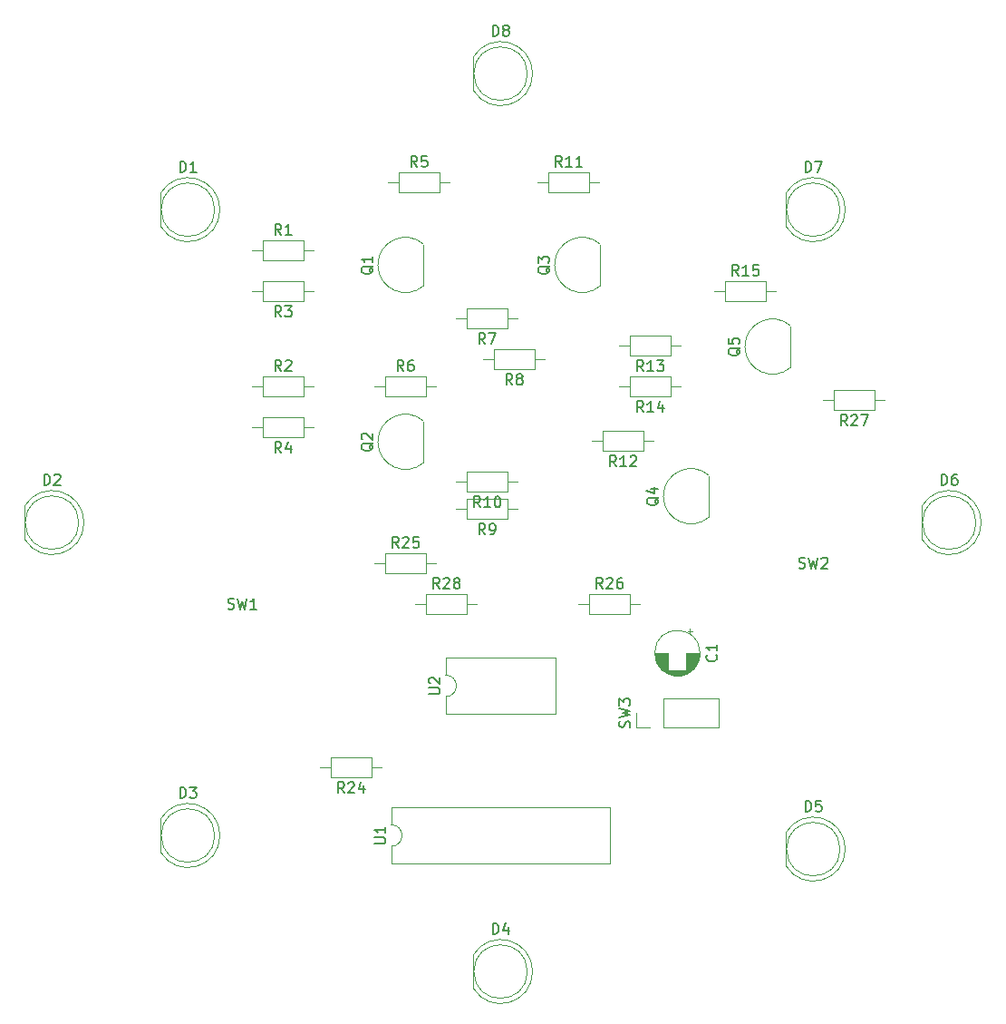
<source format=gto>
G04 #@! TF.GenerationSoftware,KiCad,Pcbnew,(5.0.0-3-g5ebb6b6)*
G04 #@! TF.CreationDate,2018-09-25T19:29:36-07:00*
G04 #@! TF.ProjectId,christmas-board,6368726973746D61732D626F6172642E,rev?*
G04 #@! TF.SameCoordinates,Original*
G04 #@! TF.FileFunction,Legend,Top*
G04 #@! TF.FilePolarity,Positive*
%FSLAX46Y46*%
G04 Gerber Fmt 4.6, Leading zero omitted, Abs format (unit mm)*
G04 Created by KiCad (PCBNEW (5.0.0-3-g5ebb6b6)) date Tuesday, September 25, 2018 at 07:29:36 PM*
%MOMM*%
%LPD*%
G01*
G04 APERTURE LIST*
%ADD10C,0.120000*%
%ADD11C,0.150000*%
G04 APERTURE END LIST*
D10*
G04 #@! TO.C,C1*
X129120000Y-101080000D02*
G75*
G03X129120000Y-101080000I-2120000J0D01*
G01*
X126160000Y-101080000D02*
X124920000Y-101080000D01*
X129080000Y-101080000D02*
X127840000Y-101080000D01*
X126160000Y-101120000D02*
X124920000Y-101120000D01*
X129080000Y-101120000D02*
X127840000Y-101120000D01*
X126160000Y-101160000D02*
X124921000Y-101160000D01*
X129079000Y-101160000D02*
X127840000Y-101160000D01*
X129077000Y-101200000D02*
X127840000Y-101200000D01*
X126160000Y-101200000D02*
X124923000Y-101200000D01*
X129074000Y-101240000D02*
X127840000Y-101240000D01*
X126160000Y-101240000D02*
X124926000Y-101240000D01*
X129071000Y-101280000D02*
X127840000Y-101280000D01*
X126160000Y-101280000D02*
X124929000Y-101280000D01*
X129067000Y-101320000D02*
X127840000Y-101320000D01*
X126160000Y-101320000D02*
X124933000Y-101320000D01*
X129062000Y-101360000D02*
X127840000Y-101360000D01*
X126160000Y-101360000D02*
X124938000Y-101360000D01*
X129056000Y-101400000D02*
X127840000Y-101400000D01*
X126160000Y-101400000D02*
X124944000Y-101400000D01*
X129050000Y-101440000D02*
X127840000Y-101440000D01*
X126160000Y-101440000D02*
X124950000Y-101440000D01*
X129042000Y-101480000D02*
X127840000Y-101480000D01*
X126160000Y-101480000D02*
X124958000Y-101480000D01*
X129034000Y-101520000D02*
X127840000Y-101520000D01*
X126160000Y-101520000D02*
X124966000Y-101520000D01*
X129025000Y-101560000D02*
X127840000Y-101560000D01*
X126160000Y-101560000D02*
X124975000Y-101560000D01*
X129016000Y-101600000D02*
X127840000Y-101600000D01*
X126160000Y-101600000D02*
X124984000Y-101600000D01*
X129005000Y-101640000D02*
X127840000Y-101640000D01*
X126160000Y-101640000D02*
X124995000Y-101640000D01*
X128994000Y-101680000D02*
X127840000Y-101680000D01*
X126160000Y-101680000D02*
X125006000Y-101680000D01*
X128982000Y-101720000D02*
X127840000Y-101720000D01*
X126160000Y-101720000D02*
X125018000Y-101720000D01*
X128968000Y-101760000D02*
X127840000Y-101760000D01*
X126160000Y-101760000D02*
X125032000Y-101760000D01*
X128954000Y-101801000D02*
X127840000Y-101801000D01*
X126160000Y-101801000D02*
X125046000Y-101801000D01*
X128940000Y-101841000D02*
X127840000Y-101841000D01*
X126160000Y-101841000D02*
X125060000Y-101841000D01*
X128924000Y-101881000D02*
X127840000Y-101881000D01*
X126160000Y-101881000D02*
X125076000Y-101881000D01*
X128907000Y-101921000D02*
X127840000Y-101921000D01*
X126160000Y-101921000D02*
X125093000Y-101921000D01*
X128889000Y-101961000D02*
X127840000Y-101961000D01*
X126160000Y-101961000D02*
X125111000Y-101961000D01*
X128870000Y-102001000D02*
X127840000Y-102001000D01*
X126160000Y-102001000D02*
X125130000Y-102001000D01*
X128851000Y-102041000D02*
X127840000Y-102041000D01*
X126160000Y-102041000D02*
X125149000Y-102041000D01*
X128830000Y-102081000D02*
X127840000Y-102081000D01*
X126160000Y-102081000D02*
X125170000Y-102081000D01*
X128808000Y-102121000D02*
X127840000Y-102121000D01*
X126160000Y-102121000D02*
X125192000Y-102121000D01*
X128785000Y-102161000D02*
X127840000Y-102161000D01*
X126160000Y-102161000D02*
X125215000Y-102161000D01*
X128760000Y-102201000D02*
X127840000Y-102201000D01*
X126160000Y-102201000D02*
X125240000Y-102201000D01*
X128735000Y-102241000D02*
X127840000Y-102241000D01*
X126160000Y-102241000D02*
X125265000Y-102241000D01*
X128708000Y-102281000D02*
X127840000Y-102281000D01*
X126160000Y-102281000D02*
X125292000Y-102281000D01*
X128680000Y-102321000D02*
X127840000Y-102321000D01*
X126160000Y-102321000D02*
X125320000Y-102321000D01*
X128650000Y-102361000D02*
X127840000Y-102361000D01*
X126160000Y-102361000D02*
X125350000Y-102361000D01*
X128619000Y-102401000D02*
X127840000Y-102401000D01*
X126160000Y-102401000D02*
X125381000Y-102401000D01*
X128587000Y-102441000D02*
X127840000Y-102441000D01*
X126160000Y-102441000D02*
X125413000Y-102441000D01*
X128552000Y-102481000D02*
X127840000Y-102481000D01*
X126160000Y-102481000D02*
X125448000Y-102481000D01*
X128516000Y-102521000D02*
X127840000Y-102521000D01*
X126160000Y-102521000D02*
X125484000Y-102521000D01*
X128478000Y-102561000D02*
X127840000Y-102561000D01*
X126160000Y-102561000D02*
X125522000Y-102561000D01*
X128438000Y-102601000D02*
X127840000Y-102601000D01*
X126160000Y-102601000D02*
X125562000Y-102601000D01*
X128396000Y-102641000D02*
X127840000Y-102641000D01*
X126160000Y-102641000D02*
X125604000Y-102641000D01*
X128351000Y-102681000D02*
X125649000Y-102681000D01*
X128304000Y-102721000D02*
X125696000Y-102721000D01*
X128254000Y-102761000D02*
X125746000Y-102761000D01*
X128200000Y-102801000D02*
X125800000Y-102801000D01*
X128142000Y-102841000D02*
X125858000Y-102841000D01*
X128080000Y-102881000D02*
X125920000Y-102881000D01*
X128013000Y-102921000D02*
X125987000Y-102921000D01*
X127940000Y-102961000D02*
X126060000Y-102961000D01*
X127859000Y-103001000D02*
X126141000Y-103001000D01*
X127768000Y-103041000D02*
X126232000Y-103041000D01*
X127664000Y-103081000D02*
X126336000Y-103081000D01*
X127537000Y-103121000D02*
X126463000Y-103121000D01*
X127370000Y-103161000D02*
X126630000Y-103161000D01*
X128195000Y-98810199D02*
X128195000Y-99210199D01*
X128395000Y-99010199D02*
X127995000Y-99010199D01*
G04 #@! TO.C,D1*
X78720000Y-58145000D02*
X78720000Y-61235000D01*
X83780000Y-59690000D02*
G75*
G03X83780000Y-59690000I-2500000J0D01*
G01*
X84270000Y-59689538D02*
G75*
G02X78720000Y-61234830I-2990000J-462D01*
G01*
X84270000Y-59690462D02*
G75*
G03X78720000Y-58145170I-2990000J462D01*
G01*
G04 #@! TO.C,D2*
X71570000Y-88900462D02*
G75*
G03X66020000Y-87355170I-2990000J462D01*
G01*
X71570000Y-88899538D02*
G75*
G02X66020000Y-90444830I-2990000J-462D01*
G01*
X71080000Y-88900000D02*
G75*
G03X71080000Y-88900000I-2500000J0D01*
G01*
X66020000Y-87355000D02*
X66020000Y-90445000D01*
G04 #@! TO.C,D3*
X78720000Y-116565000D02*
X78720000Y-119655000D01*
X83780000Y-118110000D02*
G75*
G03X83780000Y-118110000I-2500000J0D01*
G01*
X84270000Y-118109538D02*
G75*
G02X78720000Y-119654830I-2990000J-462D01*
G01*
X84270000Y-118110462D02*
G75*
G03X78720000Y-116565170I-2990000J462D01*
G01*
G04 #@! TO.C,D4*
X113480000Y-130810462D02*
G75*
G03X107930000Y-129265170I-2990000J462D01*
G01*
X113480000Y-130809538D02*
G75*
G02X107930000Y-132354830I-2990000J-462D01*
G01*
X112990000Y-130810000D02*
G75*
G03X112990000Y-130810000I-2500000J0D01*
G01*
X107930000Y-129265000D02*
X107930000Y-132355000D01*
G04 #@! TO.C,D5*
X142690000Y-119380462D02*
G75*
G03X137140000Y-117835170I-2990000J462D01*
G01*
X142690000Y-119379538D02*
G75*
G02X137140000Y-120924830I-2990000J-462D01*
G01*
X142200000Y-119380000D02*
G75*
G03X142200000Y-119380000I-2500000J0D01*
G01*
X137140000Y-117835000D02*
X137140000Y-120925000D01*
G04 #@! TO.C,D6*
X149840000Y-87355000D02*
X149840000Y-90445000D01*
X154900000Y-88900000D02*
G75*
G03X154900000Y-88900000I-2500000J0D01*
G01*
X155390000Y-88899538D02*
G75*
G02X149840000Y-90444830I-2990000J-462D01*
G01*
X155390000Y-88900462D02*
G75*
G03X149840000Y-87355170I-2990000J462D01*
G01*
G04 #@! TO.C,D7*
X142690000Y-59690462D02*
G75*
G03X137140000Y-58145170I-2990000J462D01*
G01*
X142690000Y-59689538D02*
G75*
G02X137140000Y-61234830I-2990000J-462D01*
G01*
X142200000Y-59690000D02*
G75*
G03X142200000Y-59690000I-2500000J0D01*
G01*
X137140000Y-58145000D02*
X137140000Y-61235000D01*
G04 #@! TO.C,D8*
X107930000Y-45445000D02*
X107930000Y-48535000D01*
X112990000Y-46990000D02*
G75*
G03X112990000Y-46990000I-2500000J0D01*
G01*
X113480000Y-46989538D02*
G75*
G02X107930000Y-48534830I-2990000J-462D01*
G01*
X113480000Y-46990462D02*
G75*
G03X107930000Y-45445170I-2990000J462D01*
G01*
G04 #@! TO.C,Q1*
X103300000Y-66790000D02*
X103300000Y-62940000D01*
X103290122Y-62901389D02*
G75*
G03X103300000Y-66790000I-1690122J-1948611D01*
G01*
G04 #@! TO.C,Q2*
X103300000Y-83300000D02*
X103300000Y-79450000D01*
X103290122Y-79411389D02*
G75*
G03X103300000Y-83300000I-1690122J-1948611D01*
G01*
G04 #@! TO.C,Q3*
X119800122Y-62901389D02*
G75*
G03X119810000Y-66790000I-1690122J-1948611D01*
G01*
X119810000Y-66790000D02*
X119810000Y-62940000D01*
G04 #@! TO.C,Q4*
X129960122Y-84491389D02*
G75*
G03X129970000Y-88380000I-1690122J-1948611D01*
G01*
X129970000Y-88380000D02*
X129970000Y-84530000D01*
G04 #@! TO.C,Q5*
X137590000Y-74410000D02*
X137590000Y-70560000D01*
X137580122Y-70521389D02*
G75*
G03X137590000Y-74410000I-1690122J-1948611D01*
G01*
G04 #@! TO.C,R1*
X88250000Y-62580000D02*
X88250000Y-64420000D01*
X88250000Y-64420000D02*
X92090000Y-64420000D01*
X92090000Y-64420000D02*
X92090000Y-62580000D01*
X92090000Y-62580000D02*
X88250000Y-62580000D01*
X87300000Y-63500000D02*
X88250000Y-63500000D01*
X93040000Y-63500000D02*
X92090000Y-63500000D01*
G04 #@! TO.C,R2*
X93040000Y-76200000D02*
X92090000Y-76200000D01*
X87300000Y-76200000D02*
X88250000Y-76200000D01*
X92090000Y-75280000D02*
X88250000Y-75280000D01*
X92090000Y-77120000D02*
X92090000Y-75280000D01*
X88250000Y-77120000D02*
X92090000Y-77120000D01*
X88250000Y-75280000D02*
X88250000Y-77120000D01*
G04 #@! TO.C,R3*
X92090000Y-68230000D02*
X92090000Y-66390000D01*
X92090000Y-66390000D02*
X88250000Y-66390000D01*
X88250000Y-66390000D02*
X88250000Y-68230000D01*
X88250000Y-68230000D02*
X92090000Y-68230000D01*
X93040000Y-67310000D02*
X92090000Y-67310000D01*
X87300000Y-67310000D02*
X88250000Y-67310000D01*
G04 #@! TO.C,R4*
X92090000Y-80930000D02*
X92090000Y-79090000D01*
X92090000Y-79090000D02*
X88250000Y-79090000D01*
X88250000Y-79090000D02*
X88250000Y-80930000D01*
X88250000Y-80930000D02*
X92090000Y-80930000D01*
X93040000Y-80010000D02*
X92090000Y-80010000D01*
X87300000Y-80010000D02*
X88250000Y-80010000D01*
G04 #@! TO.C,R5*
X105740000Y-57150000D02*
X104790000Y-57150000D01*
X100000000Y-57150000D02*
X100950000Y-57150000D01*
X104790000Y-56230000D02*
X100950000Y-56230000D01*
X104790000Y-58070000D02*
X104790000Y-56230000D01*
X100950000Y-58070000D02*
X104790000Y-58070000D01*
X100950000Y-56230000D02*
X100950000Y-58070000D01*
G04 #@! TO.C,R6*
X104470000Y-76200000D02*
X103520000Y-76200000D01*
X98730000Y-76200000D02*
X99680000Y-76200000D01*
X103520000Y-75280000D02*
X99680000Y-75280000D01*
X103520000Y-77120000D02*
X103520000Y-75280000D01*
X99680000Y-77120000D02*
X103520000Y-77120000D01*
X99680000Y-75280000D02*
X99680000Y-77120000D01*
G04 #@! TO.C,R7*
X106350000Y-69850000D02*
X107300000Y-69850000D01*
X112090000Y-69850000D02*
X111140000Y-69850000D01*
X107300000Y-70770000D02*
X111140000Y-70770000D01*
X107300000Y-68930000D02*
X107300000Y-70770000D01*
X111140000Y-68930000D02*
X107300000Y-68930000D01*
X111140000Y-70770000D02*
X111140000Y-68930000D01*
G04 #@! TO.C,R8*
X108890000Y-73660000D02*
X109840000Y-73660000D01*
X114630000Y-73660000D02*
X113680000Y-73660000D01*
X109840000Y-74580000D02*
X113680000Y-74580000D01*
X109840000Y-72740000D02*
X109840000Y-74580000D01*
X113680000Y-72740000D02*
X109840000Y-72740000D01*
X113680000Y-74580000D02*
X113680000Y-72740000D01*
G04 #@! TO.C,R9*
X111140000Y-88550000D02*
X111140000Y-86710000D01*
X111140000Y-86710000D02*
X107300000Y-86710000D01*
X107300000Y-86710000D02*
X107300000Y-88550000D01*
X107300000Y-88550000D02*
X111140000Y-88550000D01*
X112090000Y-87630000D02*
X111140000Y-87630000D01*
X106350000Y-87630000D02*
X107300000Y-87630000D01*
G04 #@! TO.C,R10*
X106350000Y-85090000D02*
X107300000Y-85090000D01*
X112090000Y-85090000D02*
X111140000Y-85090000D01*
X107300000Y-86010000D02*
X111140000Y-86010000D01*
X107300000Y-84170000D02*
X107300000Y-86010000D01*
X111140000Y-84170000D02*
X107300000Y-84170000D01*
X111140000Y-86010000D02*
X111140000Y-84170000D01*
G04 #@! TO.C,R11*
X119710000Y-57150000D02*
X118760000Y-57150000D01*
X113970000Y-57150000D02*
X114920000Y-57150000D01*
X118760000Y-56230000D02*
X114920000Y-56230000D01*
X118760000Y-58070000D02*
X118760000Y-56230000D01*
X114920000Y-58070000D02*
X118760000Y-58070000D01*
X114920000Y-56230000D02*
X114920000Y-58070000D01*
G04 #@! TO.C,R12*
X123840000Y-82200000D02*
X123840000Y-80360000D01*
X123840000Y-80360000D02*
X120000000Y-80360000D01*
X120000000Y-80360000D02*
X120000000Y-82200000D01*
X120000000Y-82200000D02*
X123840000Y-82200000D01*
X124790000Y-81280000D02*
X123840000Y-81280000D01*
X119050000Y-81280000D02*
X120000000Y-81280000D01*
G04 #@! TO.C,R13*
X126380000Y-73310000D02*
X126380000Y-71470000D01*
X126380000Y-71470000D02*
X122540000Y-71470000D01*
X122540000Y-71470000D02*
X122540000Y-73310000D01*
X122540000Y-73310000D02*
X126380000Y-73310000D01*
X127330000Y-72390000D02*
X126380000Y-72390000D01*
X121590000Y-72390000D02*
X122540000Y-72390000D01*
G04 #@! TO.C,R14*
X121590000Y-76200000D02*
X122540000Y-76200000D01*
X127330000Y-76200000D02*
X126380000Y-76200000D01*
X122540000Y-77120000D02*
X126380000Y-77120000D01*
X122540000Y-75280000D02*
X122540000Y-77120000D01*
X126380000Y-75280000D02*
X122540000Y-75280000D01*
X126380000Y-77120000D02*
X126380000Y-75280000D01*
G04 #@! TO.C,R15*
X136220000Y-67310000D02*
X135270000Y-67310000D01*
X130480000Y-67310000D02*
X131430000Y-67310000D01*
X135270000Y-66390000D02*
X131430000Y-66390000D01*
X135270000Y-68230000D02*
X135270000Y-66390000D01*
X131430000Y-68230000D02*
X135270000Y-68230000D01*
X131430000Y-66390000D02*
X131430000Y-68230000D01*
G04 #@! TO.C,R24*
X98440000Y-112680000D02*
X98440000Y-110840000D01*
X98440000Y-110840000D02*
X94600000Y-110840000D01*
X94600000Y-110840000D02*
X94600000Y-112680000D01*
X94600000Y-112680000D02*
X98440000Y-112680000D01*
X99390000Y-111760000D02*
X98440000Y-111760000D01*
X93650000Y-111760000D02*
X94600000Y-111760000D01*
G04 #@! TO.C,R25*
X99680000Y-91790000D02*
X99680000Y-93630000D01*
X99680000Y-93630000D02*
X103520000Y-93630000D01*
X103520000Y-93630000D02*
X103520000Y-91790000D01*
X103520000Y-91790000D02*
X99680000Y-91790000D01*
X98730000Y-92710000D02*
X99680000Y-92710000D01*
X104470000Y-92710000D02*
X103520000Y-92710000D01*
G04 #@! TO.C,R26*
X118730000Y-95600000D02*
X118730000Y-97440000D01*
X118730000Y-97440000D02*
X122570000Y-97440000D01*
X122570000Y-97440000D02*
X122570000Y-95600000D01*
X122570000Y-95600000D02*
X118730000Y-95600000D01*
X117780000Y-96520000D02*
X118730000Y-96520000D01*
X123520000Y-96520000D02*
X122570000Y-96520000D01*
G04 #@! TO.C,R27*
X140640000Y-77470000D02*
X141590000Y-77470000D01*
X146380000Y-77470000D02*
X145430000Y-77470000D01*
X141590000Y-78390000D02*
X145430000Y-78390000D01*
X141590000Y-76550000D02*
X141590000Y-78390000D01*
X145430000Y-76550000D02*
X141590000Y-76550000D01*
X145430000Y-78390000D02*
X145430000Y-76550000D01*
G04 #@! TO.C,R28*
X108280000Y-96520000D02*
X107330000Y-96520000D01*
X102540000Y-96520000D02*
X103490000Y-96520000D01*
X107330000Y-95600000D02*
X103490000Y-95600000D01*
X107330000Y-97440000D02*
X107330000Y-95600000D01*
X103490000Y-97440000D02*
X107330000Y-97440000D01*
X103490000Y-95600000D02*
X103490000Y-97440000D01*
G04 #@! TO.C,U1*
X100270000Y-117110000D02*
G75*
G02X100270000Y-119110000I0J-1000000D01*
G01*
X100270000Y-119110000D02*
X100270000Y-120760000D01*
X100270000Y-120760000D02*
X120710000Y-120760000D01*
X120710000Y-120760000D02*
X120710000Y-115460000D01*
X120710000Y-115460000D02*
X100270000Y-115460000D01*
X100270000Y-115460000D02*
X100270000Y-117110000D01*
G04 #@! TO.C,U2*
X105350000Y-103140000D02*
G75*
G02X105350000Y-105140000I0J-1000000D01*
G01*
X105350000Y-105140000D02*
X105350000Y-106790000D01*
X105350000Y-106790000D02*
X115630000Y-106790000D01*
X115630000Y-106790000D02*
X115630000Y-101490000D01*
X115630000Y-101490000D02*
X105350000Y-101490000D01*
X105350000Y-101490000D02*
X105350000Y-103140000D01*
G04 #@! TO.C,SW3*
X130870000Y-108010000D02*
X130870000Y-105350000D01*
X125730000Y-108010000D02*
X130870000Y-108010000D01*
X125730000Y-105350000D02*
X130870000Y-105350000D01*
X125730000Y-108010000D02*
X125730000Y-105350000D01*
X124460000Y-108010000D02*
X123130000Y-108010000D01*
X123130000Y-108010000D02*
X123130000Y-106680000D01*
G04 #@! TO.C,SW2*
D11*
X138366666Y-93114761D02*
X138509523Y-93162380D01*
X138747619Y-93162380D01*
X138842857Y-93114761D01*
X138890476Y-93067142D01*
X138938095Y-92971904D01*
X138938095Y-92876666D01*
X138890476Y-92781428D01*
X138842857Y-92733809D01*
X138747619Y-92686190D01*
X138557142Y-92638571D01*
X138461904Y-92590952D01*
X138414285Y-92543333D01*
X138366666Y-92448095D01*
X138366666Y-92352857D01*
X138414285Y-92257619D01*
X138461904Y-92210000D01*
X138557142Y-92162380D01*
X138795238Y-92162380D01*
X138938095Y-92210000D01*
X139271428Y-92162380D02*
X139509523Y-93162380D01*
X139700000Y-92448095D01*
X139890476Y-93162380D01*
X140128571Y-92162380D01*
X140461904Y-92257619D02*
X140509523Y-92210000D01*
X140604761Y-92162380D01*
X140842857Y-92162380D01*
X140938095Y-92210000D01*
X140985714Y-92257619D01*
X141033333Y-92352857D01*
X141033333Y-92448095D01*
X140985714Y-92590952D01*
X140414285Y-93162380D01*
X141033333Y-93162380D01*
G04 #@! TO.C,SW1*
X85026666Y-96924761D02*
X85169523Y-96972380D01*
X85407619Y-96972380D01*
X85502857Y-96924761D01*
X85550476Y-96877142D01*
X85598095Y-96781904D01*
X85598095Y-96686666D01*
X85550476Y-96591428D01*
X85502857Y-96543809D01*
X85407619Y-96496190D01*
X85217142Y-96448571D01*
X85121904Y-96400952D01*
X85074285Y-96353333D01*
X85026666Y-96258095D01*
X85026666Y-96162857D01*
X85074285Y-96067619D01*
X85121904Y-96020000D01*
X85217142Y-95972380D01*
X85455238Y-95972380D01*
X85598095Y-96020000D01*
X85931428Y-95972380D02*
X86169523Y-96972380D01*
X86360000Y-96258095D01*
X86550476Y-96972380D01*
X86788571Y-95972380D01*
X87693333Y-96972380D02*
X87121904Y-96972380D01*
X87407619Y-96972380D02*
X87407619Y-95972380D01*
X87312380Y-96115238D01*
X87217142Y-96210476D01*
X87121904Y-96258095D01*
G04 #@! TO.C,C1*
X130607142Y-101246666D02*
X130654761Y-101294285D01*
X130702380Y-101437142D01*
X130702380Y-101532380D01*
X130654761Y-101675238D01*
X130559523Y-101770476D01*
X130464285Y-101818095D01*
X130273809Y-101865714D01*
X130130952Y-101865714D01*
X129940476Y-101818095D01*
X129845238Y-101770476D01*
X129750000Y-101675238D01*
X129702380Y-101532380D01*
X129702380Y-101437142D01*
X129750000Y-101294285D01*
X129797619Y-101246666D01*
X130702380Y-100294285D02*
X130702380Y-100865714D01*
X130702380Y-100580000D02*
X129702380Y-100580000D01*
X129845238Y-100675238D01*
X129940476Y-100770476D01*
X129988095Y-100865714D01*
G04 #@! TO.C,D1*
X80541904Y-56182380D02*
X80541904Y-55182380D01*
X80780000Y-55182380D01*
X80922857Y-55230000D01*
X81018095Y-55325238D01*
X81065714Y-55420476D01*
X81113333Y-55610952D01*
X81113333Y-55753809D01*
X81065714Y-55944285D01*
X81018095Y-56039523D01*
X80922857Y-56134761D01*
X80780000Y-56182380D01*
X80541904Y-56182380D01*
X82065714Y-56182380D02*
X81494285Y-56182380D01*
X81780000Y-56182380D02*
X81780000Y-55182380D01*
X81684761Y-55325238D01*
X81589523Y-55420476D01*
X81494285Y-55468095D01*
G04 #@! TO.C,D2*
X67841904Y-85392380D02*
X67841904Y-84392380D01*
X68080000Y-84392380D01*
X68222857Y-84440000D01*
X68318095Y-84535238D01*
X68365714Y-84630476D01*
X68413333Y-84820952D01*
X68413333Y-84963809D01*
X68365714Y-85154285D01*
X68318095Y-85249523D01*
X68222857Y-85344761D01*
X68080000Y-85392380D01*
X67841904Y-85392380D01*
X68794285Y-84487619D02*
X68841904Y-84440000D01*
X68937142Y-84392380D01*
X69175238Y-84392380D01*
X69270476Y-84440000D01*
X69318095Y-84487619D01*
X69365714Y-84582857D01*
X69365714Y-84678095D01*
X69318095Y-84820952D01*
X68746666Y-85392380D01*
X69365714Y-85392380D01*
G04 #@! TO.C,D3*
X80541904Y-114602380D02*
X80541904Y-113602380D01*
X80780000Y-113602380D01*
X80922857Y-113650000D01*
X81018095Y-113745238D01*
X81065714Y-113840476D01*
X81113333Y-114030952D01*
X81113333Y-114173809D01*
X81065714Y-114364285D01*
X81018095Y-114459523D01*
X80922857Y-114554761D01*
X80780000Y-114602380D01*
X80541904Y-114602380D01*
X81446666Y-113602380D02*
X82065714Y-113602380D01*
X81732380Y-113983333D01*
X81875238Y-113983333D01*
X81970476Y-114030952D01*
X82018095Y-114078571D01*
X82065714Y-114173809D01*
X82065714Y-114411904D01*
X82018095Y-114507142D01*
X81970476Y-114554761D01*
X81875238Y-114602380D01*
X81589523Y-114602380D01*
X81494285Y-114554761D01*
X81446666Y-114507142D01*
G04 #@! TO.C,D4*
X109751904Y-127302380D02*
X109751904Y-126302380D01*
X109990000Y-126302380D01*
X110132857Y-126350000D01*
X110228095Y-126445238D01*
X110275714Y-126540476D01*
X110323333Y-126730952D01*
X110323333Y-126873809D01*
X110275714Y-127064285D01*
X110228095Y-127159523D01*
X110132857Y-127254761D01*
X109990000Y-127302380D01*
X109751904Y-127302380D01*
X111180476Y-126635714D02*
X111180476Y-127302380D01*
X110942380Y-126254761D02*
X110704285Y-126969047D01*
X111323333Y-126969047D01*
G04 #@! TO.C,D5*
X138961904Y-115872380D02*
X138961904Y-114872380D01*
X139200000Y-114872380D01*
X139342857Y-114920000D01*
X139438095Y-115015238D01*
X139485714Y-115110476D01*
X139533333Y-115300952D01*
X139533333Y-115443809D01*
X139485714Y-115634285D01*
X139438095Y-115729523D01*
X139342857Y-115824761D01*
X139200000Y-115872380D01*
X138961904Y-115872380D01*
X140438095Y-114872380D02*
X139961904Y-114872380D01*
X139914285Y-115348571D01*
X139961904Y-115300952D01*
X140057142Y-115253333D01*
X140295238Y-115253333D01*
X140390476Y-115300952D01*
X140438095Y-115348571D01*
X140485714Y-115443809D01*
X140485714Y-115681904D01*
X140438095Y-115777142D01*
X140390476Y-115824761D01*
X140295238Y-115872380D01*
X140057142Y-115872380D01*
X139961904Y-115824761D01*
X139914285Y-115777142D01*
G04 #@! TO.C,D6*
X151661904Y-85392380D02*
X151661904Y-84392380D01*
X151900000Y-84392380D01*
X152042857Y-84440000D01*
X152138095Y-84535238D01*
X152185714Y-84630476D01*
X152233333Y-84820952D01*
X152233333Y-84963809D01*
X152185714Y-85154285D01*
X152138095Y-85249523D01*
X152042857Y-85344761D01*
X151900000Y-85392380D01*
X151661904Y-85392380D01*
X153090476Y-84392380D02*
X152900000Y-84392380D01*
X152804761Y-84440000D01*
X152757142Y-84487619D01*
X152661904Y-84630476D01*
X152614285Y-84820952D01*
X152614285Y-85201904D01*
X152661904Y-85297142D01*
X152709523Y-85344761D01*
X152804761Y-85392380D01*
X152995238Y-85392380D01*
X153090476Y-85344761D01*
X153138095Y-85297142D01*
X153185714Y-85201904D01*
X153185714Y-84963809D01*
X153138095Y-84868571D01*
X153090476Y-84820952D01*
X152995238Y-84773333D01*
X152804761Y-84773333D01*
X152709523Y-84820952D01*
X152661904Y-84868571D01*
X152614285Y-84963809D01*
G04 #@! TO.C,D7*
X138961904Y-56182380D02*
X138961904Y-55182380D01*
X139200000Y-55182380D01*
X139342857Y-55230000D01*
X139438095Y-55325238D01*
X139485714Y-55420476D01*
X139533333Y-55610952D01*
X139533333Y-55753809D01*
X139485714Y-55944285D01*
X139438095Y-56039523D01*
X139342857Y-56134761D01*
X139200000Y-56182380D01*
X138961904Y-56182380D01*
X139866666Y-55182380D02*
X140533333Y-55182380D01*
X140104761Y-56182380D01*
G04 #@! TO.C,D8*
X109751904Y-43482380D02*
X109751904Y-42482380D01*
X109990000Y-42482380D01*
X110132857Y-42530000D01*
X110228095Y-42625238D01*
X110275714Y-42720476D01*
X110323333Y-42910952D01*
X110323333Y-43053809D01*
X110275714Y-43244285D01*
X110228095Y-43339523D01*
X110132857Y-43434761D01*
X109990000Y-43482380D01*
X109751904Y-43482380D01*
X110894761Y-42910952D02*
X110799523Y-42863333D01*
X110751904Y-42815714D01*
X110704285Y-42720476D01*
X110704285Y-42672857D01*
X110751904Y-42577619D01*
X110799523Y-42530000D01*
X110894761Y-42482380D01*
X111085238Y-42482380D01*
X111180476Y-42530000D01*
X111228095Y-42577619D01*
X111275714Y-42672857D01*
X111275714Y-42720476D01*
X111228095Y-42815714D01*
X111180476Y-42863333D01*
X111085238Y-42910952D01*
X110894761Y-42910952D01*
X110799523Y-42958571D01*
X110751904Y-43006190D01*
X110704285Y-43101428D01*
X110704285Y-43291904D01*
X110751904Y-43387142D01*
X110799523Y-43434761D01*
X110894761Y-43482380D01*
X111085238Y-43482380D01*
X111180476Y-43434761D01*
X111228095Y-43387142D01*
X111275714Y-43291904D01*
X111275714Y-43101428D01*
X111228095Y-43006190D01*
X111180476Y-42958571D01*
X111085238Y-42910952D01*
G04 #@! TO.C,Q1*
X98587619Y-64945238D02*
X98540000Y-65040476D01*
X98444761Y-65135714D01*
X98301904Y-65278571D01*
X98254285Y-65373809D01*
X98254285Y-65469047D01*
X98492380Y-65421428D02*
X98444761Y-65516666D01*
X98349523Y-65611904D01*
X98159047Y-65659523D01*
X97825714Y-65659523D01*
X97635238Y-65611904D01*
X97540000Y-65516666D01*
X97492380Y-65421428D01*
X97492380Y-65230952D01*
X97540000Y-65135714D01*
X97635238Y-65040476D01*
X97825714Y-64992857D01*
X98159047Y-64992857D01*
X98349523Y-65040476D01*
X98444761Y-65135714D01*
X98492380Y-65230952D01*
X98492380Y-65421428D01*
X98492380Y-64040476D02*
X98492380Y-64611904D01*
X98492380Y-64326190D02*
X97492380Y-64326190D01*
X97635238Y-64421428D01*
X97730476Y-64516666D01*
X97778095Y-64611904D01*
G04 #@! TO.C,Q2*
X98587619Y-81455238D02*
X98540000Y-81550476D01*
X98444761Y-81645714D01*
X98301904Y-81788571D01*
X98254285Y-81883809D01*
X98254285Y-81979047D01*
X98492380Y-81931428D02*
X98444761Y-82026666D01*
X98349523Y-82121904D01*
X98159047Y-82169523D01*
X97825714Y-82169523D01*
X97635238Y-82121904D01*
X97540000Y-82026666D01*
X97492380Y-81931428D01*
X97492380Y-81740952D01*
X97540000Y-81645714D01*
X97635238Y-81550476D01*
X97825714Y-81502857D01*
X98159047Y-81502857D01*
X98349523Y-81550476D01*
X98444761Y-81645714D01*
X98492380Y-81740952D01*
X98492380Y-81931428D01*
X97587619Y-81121904D02*
X97540000Y-81074285D01*
X97492380Y-80979047D01*
X97492380Y-80740952D01*
X97540000Y-80645714D01*
X97587619Y-80598095D01*
X97682857Y-80550476D01*
X97778095Y-80550476D01*
X97920952Y-80598095D01*
X98492380Y-81169523D01*
X98492380Y-80550476D01*
G04 #@! TO.C,Q3*
X115097619Y-64945238D02*
X115050000Y-65040476D01*
X114954761Y-65135714D01*
X114811904Y-65278571D01*
X114764285Y-65373809D01*
X114764285Y-65469047D01*
X115002380Y-65421428D02*
X114954761Y-65516666D01*
X114859523Y-65611904D01*
X114669047Y-65659523D01*
X114335714Y-65659523D01*
X114145238Y-65611904D01*
X114050000Y-65516666D01*
X114002380Y-65421428D01*
X114002380Y-65230952D01*
X114050000Y-65135714D01*
X114145238Y-65040476D01*
X114335714Y-64992857D01*
X114669047Y-64992857D01*
X114859523Y-65040476D01*
X114954761Y-65135714D01*
X115002380Y-65230952D01*
X115002380Y-65421428D01*
X114002380Y-64659523D02*
X114002380Y-64040476D01*
X114383333Y-64373809D01*
X114383333Y-64230952D01*
X114430952Y-64135714D01*
X114478571Y-64088095D01*
X114573809Y-64040476D01*
X114811904Y-64040476D01*
X114907142Y-64088095D01*
X114954761Y-64135714D01*
X115002380Y-64230952D01*
X115002380Y-64516666D01*
X114954761Y-64611904D01*
X114907142Y-64659523D01*
G04 #@! TO.C,Q4*
X125257619Y-86535238D02*
X125210000Y-86630476D01*
X125114761Y-86725714D01*
X124971904Y-86868571D01*
X124924285Y-86963809D01*
X124924285Y-87059047D01*
X125162380Y-87011428D02*
X125114761Y-87106666D01*
X125019523Y-87201904D01*
X124829047Y-87249523D01*
X124495714Y-87249523D01*
X124305238Y-87201904D01*
X124210000Y-87106666D01*
X124162380Y-87011428D01*
X124162380Y-86820952D01*
X124210000Y-86725714D01*
X124305238Y-86630476D01*
X124495714Y-86582857D01*
X124829047Y-86582857D01*
X125019523Y-86630476D01*
X125114761Y-86725714D01*
X125162380Y-86820952D01*
X125162380Y-87011428D01*
X124495714Y-85725714D02*
X125162380Y-85725714D01*
X124114761Y-85963809D02*
X124829047Y-86201904D01*
X124829047Y-85582857D01*
G04 #@! TO.C,Q5*
X132877619Y-72565238D02*
X132830000Y-72660476D01*
X132734761Y-72755714D01*
X132591904Y-72898571D01*
X132544285Y-72993809D01*
X132544285Y-73089047D01*
X132782380Y-73041428D02*
X132734761Y-73136666D01*
X132639523Y-73231904D01*
X132449047Y-73279523D01*
X132115714Y-73279523D01*
X131925238Y-73231904D01*
X131830000Y-73136666D01*
X131782380Y-73041428D01*
X131782380Y-72850952D01*
X131830000Y-72755714D01*
X131925238Y-72660476D01*
X132115714Y-72612857D01*
X132449047Y-72612857D01*
X132639523Y-72660476D01*
X132734761Y-72755714D01*
X132782380Y-72850952D01*
X132782380Y-73041428D01*
X131782380Y-71708095D02*
X131782380Y-72184285D01*
X132258571Y-72231904D01*
X132210952Y-72184285D01*
X132163333Y-72089047D01*
X132163333Y-71850952D01*
X132210952Y-71755714D01*
X132258571Y-71708095D01*
X132353809Y-71660476D01*
X132591904Y-71660476D01*
X132687142Y-71708095D01*
X132734761Y-71755714D01*
X132782380Y-71850952D01*
X132782380Y-72089047D01*
X132734761Y-72184285D01*
X132687142Y-72231904D01*
G04 #@! TO.C,R1*
X90003333Y-62032380D02*
X89670000Y-61556190D01*
X89431904Y-62032380D02*
X89431904Y-61032380D01*
X89812857Y-61032380D01*
X89908095Y-61080000D01*
X89955714Y-61127619D01*
X90003333Y-61222857D01*
X90003333Y-61365714D01*
X89955714Y-61460952D01*
X89908095Y-61508571D01*
X89812857Y-61556190D01*
X89431904Y-61556190D01*
X90955714Y-62032380D02*
X90384285Y-62032380D01*
X90670000Y-62032380D02*
X90670000Y-61032380D01*
X90574761Y-61175238D01*
X90479523Y-61270476D01*
X90384285Y-61318095D01*
G04 #@! TO.C,R2*
X90003333Y-74732380D02*
X89670000Y-74256190D01*
X89431904Y-74732380D02*
X89431904Y-73732380D01*
X89812857Y-73732380D01*
X89908095Y-73780000D01*
X89955714Y-73827619D01*
X90003333Y-73922857D01*
X90003333Y-74065714D01*
X89955714Y-74160952D01*
X89908095Y-74208571D01*
X89812857Y-74256190D01*
X89431904Y-74256190D01*
X90384285Y-73827619D02*
X90431904Y-73780000D01*
X90527142Y-73732380D01*
X90765238Y-73732380D01*
X90860476Y-73780000D01*
X90908095Y-73827619D01*
X90955714Y-73922857D01*
X90955714Y-74018095D01*
X90908095Y-74160952D01*
X90336666Y-74732380D01*
X90955714Y-74732380D01*
G04 #@! TO.C,R3*
X90003333Y-69682380D02*
X89670000Y-69206190D01*
X89431904Y-69682380D02*
X89431904Y-68682380D01*
X89812857Y-68682380D01*
X89908095Y-68730000D01*
X89955714Y-68777619D01*
X90003333Y-68872857D01*
X90003333Y-69015714D01*
X89955714Y-69110952D01*
X89908095Y-69158571D01*
X89812857Y-69206190D01*
X89431904Y-69206190D01*
X90336666Y-68682380D02*
X90955714Y-68682380D01*
X90622380Y-69063333D01*
X90765238Y-69063333D01*
X90860476Y-69110952D01*
X90908095Y-69158571D01*
X90955714Y-69253809D01*
X90955714Y-69491904D01*
X90908095Y-69587142D01*
X90860476Y-69634761D01*
X90765238Y-69682380D01*
X90479523Y-69682380D01*
X90384285Y-69634761D01*
X90336666Y-69587142D01*
G04 #@! TO.C,R4*
X90003333Y-82382380D02*
X89670000Y-81906190D01*
X89431904Y-82382380D02*
X89431904Y-81382380D01*
X89812857Y-81382380D01*
X89908095Y-81430000D01*
X89955714Y-81477619D01*
X90003333Y-81572857D01*
X90003333Y-81715714D01*
X89955714Y-81810952D01*
X89908095Y-81858571D01*
X89812857Y-81906190D01*
X89431904Y-81906190D01*
X90860476Y-81715714D02*
X90860476Y-82382380D01*
X90622380Y-81334761D02*
X90384285Y-82049047D01*
X91003333Y-82049047D01*
G04 #@! TO.C,R5*
X102703333Y-55682380D02*
X102370000Y-55206190D01*
X102131904Y-55682380D02*
X102131904Y-54682380D01*
X102512857Y-54682380D01*
X102608095Y-54730000D01*
X102655714Y-54777619D01*
X102703333Y-54872857D01*
X102703333Y-55015714D01*
X102655714Y-55110952D01*
X102608095Y-55158571D01*
X102512857Y-55206190D01*
X102131904Y-55206190D01*
X103608095Y-54682380D02*
X103131904Y-54682380D01*
X103084285Y-55158571D01*
X103131904Y-55110952D01*
X103227142Y-55063333D01*
X103465238Y-55063333D01*
X103560476Y-55110952D01*
X103608095Y-55158571D01*
X103655714Y-55253809D01*
X103655714Y-55491904D01*
X103608095Y-55587142D01*
X103560476Y-55634761D01*
X103465238Y-55682380D01*
X103227142Y-55682380D01*
X103131904Y-55634761D01*
X103084285Y-55587142D01*
G04 #@! TO.C,R6*
X101433333Y-74732380D02*
X101100000Y-74256190D01*
X100861904Y-74732380D02*
X100861904Y-73732380D01*
X101242857Y-73732380D01*
X101338095Y-73780000D01*
X101385714Y-73827619D01*
X101433333Y-73922857D01*
X101433333Y-74065714D01*
X101385714Y-74160952D01*
X101338095Y-74208571D01*
X101242857Y-74256190D01*
X100861904Y-74256190D01*
X102290476Y-73732380D02*
X102100000Y-73732380D01*
X102004761Y-73780000D01*
X101957142Y-73827619D01*
X101861904Y-73970476D01*
X101814285Y-74160952D01*
X101814285Y-74541904D01*
X101861904Y-74637142D01*
X101909523Y-74684761D01*
X102004761Y-74732380D01*
X102195238Y-74732380D01*
X102290476Y-74684761D01*
X102338095Y-74637142D01*
X102385714Y-74541904D01*
X102385714Y-74303809D01*
X102338095Y-74208571D01*
X102290476Y-74160952D01*
X102195238Y-74113333D01*
X102004761Y-74113333D01*
X101909523Y-74160952D01*
X101861904Y-74208571D01*
X101814285Y-74303809D01*
G04 #@! TO.C,R7*
X109053333Y-72222380D02*
X108720000Y-71746190D01*
X108481904Y-72222380D02*
X108481904Y-71222380D01*
X108862857Y-71222380D01*
X108958095Y-71270000D01*
X109005714Y-71317619D01*
X109053333Y-71412857D01*
X109053333Y-71555714D01*
X109005714Y-71650952D01*
X108958095Y-71698571D01*
X108862857Y-71746190D01*
X108481904Y-71746190D01*
X109386666Y-71222380D02*
X110053333Y-71222380D01*
X109624761Y-72222380D01*
G04 #@! TO.C,R8*
X111593333Y-76032380D02*
X111260000Y-75556190D01*
X111021904Y-76032380D02*
X111021904Y-75032380D01*
X111402857Y-75032380D01*
X111498095Y-75080000D01*
X111545714Y-75127619D01*
X111593333Y-75222857D01*
X111593333Y-75365714D01*
X111545714Y-75460952D01*
X111498095Y-75508571D01*
X111402857Y-75556190D01*
X111021904Y-75556190D01*
X112164761Y-75460952D02*
X112069523Y-75413333D01*
X112021904Y-75365714D01*
X111974285Y-75270476D01*
X111974285Y-75222857D01*
X112021904Y-75127619D01*
X112069523Y-75080000D01*
X112164761Y-75032380D01*
X112355238Y-75032380D01*
X112450476Y-75080000D01*
X112498095Y-75127619D01*
X112545714Y-75222857D01*
X112545714Y-75270476D01*
X112498095Y-75365714D01*
X112450476Y-75413333D01*
X112355238Y-75460952D01*
X112164761Y-75460952D01*
X112069523Y-75508571D01*
X112021904Y-75556190D01*
X111974285Y-75651428D01*
X111974285Y-75841904D01*
X112021904Y-75937142D01*
X112069523Y-75984761D01*
X112164761Y-76032380D01*
X112355238Y-76032380D01*
X112450476Y-75984761D01*
X112498095Y-75937142D01*
X112545714Y-75841904D01*
X112545714Y-75651428D01*
X112498095Y-75556190D01*
X112450476Y-75508571D01*
X112355238Y-75460952D01*
G04 #@! TO.C,R9*
X109053333Y-90002380D02*
X108720000Y-89526190D01*
X108481904Y-90002380D02*
X108481904Y-89002380D01*
X108862857Y-89002380D01*
X108958095Y-89050000D01*
X109005714Y-89097619D01*
X109053333Y-89192857D01*
X109053333Y-89335714D01*
X109005714Y-89430952D01*
X108958095Y-89478571D01*
X108862857Y-89526190D01*
X108481904Y-89526190D01*
X109529523Y-90002380D02*
X109720000Y-90002380D01*
X109815238Y-89954761D01*
X109862857Y-89907142D01*
X109958095Y-89764285D01*
X110005714Y-89573809D01*
X110005714Y-89192857D01*
X109958095Y-89097619D01*
X109910476Y-89050000D01*
X109815238Y-89002380D01*
X109624761Y-89002380D01*
X109529523Y-89050000D01*
X109481904Y-89097619D01*
X109434285Y-89192857D01*
X109434285Y-89430952D01*
X109481904Y-89526190D01*
X109529523Y-89573809D01*
X109624761Y-89621428D01*
X109815238Y-89621428D01*
X109910476Y-89573809D01*
X109958095Y-89526190D01*
X110005714Y-89430952D01*
G04 #@! TO.C,R10*
X108577142Y-87462380D02*
X108243809Y-86986190D01*
X108005714Y-87462380D02*
X108005714Y-86462380D01*
X108386666Y-86462380D01*
X108481904Y-86510000D01*
X108529523Y-86557619D01*
X108577142Y-86652857D01*
X108577142Y-86795714D01*
X108529523Y-86890952D01*
X108481904Y-86938571D01*
X108386666Y-86986190D01*
X108005714Y-86986190D01*
X109529523Y-87462380D02*
X108958095Y-87462380D01*
X109243809Y-87462380D02*
X109243809Y-86462380D01*
X109148571Y-86605238D01*
X109053333Y-86700476D01*
X108958095Y-86748095D01*
X110148571Y-86462380D02*
X110243809Y-86462380D01*
X110339047Y-86510000D01*
X110386666Y-86557619D01*
X110434285Y-86652857D01*
X110481904Y-86843333D01*
X110481904Y-87081428D01*
X110434285Y-87271904D01*
X110386666Y-87367142D01*
X110339047Y-87414761D01*
X110243809Y-87462380D01*
X110148571Y-87462380D01*
X110053333Y-87414761D01*
X110005714Y-87367142D01*
X109958095Y-87271904D01*
X109910476Y-87081428D01*
X109910476Y-86843333D01*
X109958095Y-86652857D01*
X110005714Y-86557619D01*
X110053333Y-86510000D01*
X110148571Y-86462380D01*
G04 #@! TO.C,R11*
X116197142Y-55682380D02*
X115863809Y-55206190D01*
X115625714Y-55682380D02*
X115625714Y-54682380D01*
X116006666Y-54682380D01*
X116101904Y-54730000D01*
X116149523Y-54777619D01*
X116197142Y-54872857D01*
X116197142Y-55015714D01*
X116149523Y-55110952D01*
X116101904Y-55158571D01*
X116006666Y-55206190D01*
X115625714Y-55206190D01*
X117149523Y-55682380D02*
X116578095Y-55682380D01*
X116863809Y-55682380D02*
X116863809Y-54682380D01*
X116768571Y-54825238D01*
X116673333Y-54920476D01*
X116578095Y-54968095D01*
X118101904Y-55682380D02*
X117530476Y-55682380D01*
X117816190Y-55682380D02*
X117816190Y-54682380D01*
X117720952Y-54825238D01*
X117625714Y-54920476D01*
X117530476Y-54968095D01*
G04 #@! TO.C,R12*
X121277142Y-83652380D02*
X120943809Y-83176190D01*
X120705714Y-83652380D02*
X120705714Y-82652380D01*
X121086666Y-82652380D01*
X121181904Y-82700000D01*
X121229523Y-82747619D01*
X121277142Y-82842857D01*
X121277142Y-82985714D01*
X121229523Y-83080952D01*
X121181904Y-83128571D01*
X121086666Y-83176190D01*
X120705714Y-83176190D01*
X122229523Y-83652380D02*
X121658095Y-83652380D01*
X121943809Y-83652380D02*
X121943809Y-82652380D01*
X121848571Y-82795238D01*
X121753333Y-82890476D01*
X121658095Y-82938095D01*
X122610476Y-82747619D02*
X122658095Y-82700000D01*
X122753333Y-82652380D01*
X122991428Y-82652380D01*
X123086666Y-82700000D01*
X123134285Y-82747619D01*
X123181904Y-82842857D01*
X123181904Y-82938095D01*
X123134285Y-83080952D01*
X122562857Y-83652380D01*
X123181904Y-83652380D01*
G04 #@! TO.C,R13*
X123817142Y-74762380D02*
X123483809Y-74286190D01*
X123245714Y-74762380D02*
X123245714Y-73762380D01*
X123626666Y-73762380D01*
X123721904Y-73810000D01*
X123769523Y-73857619D01*
X123817142Y-73952857D01*
X123817142Y-74095714D01*
X123769523Y-74190952D01*
X123721904Y-74238571D01*
X123626666Y-74286190D01*
X123245714Y-74286190D01*
X124769523Y-74762380D02*
X124198095Y-74762380D01*
X124483809Y-74762380D02*
X124483809Y-73762380D01*
X124388571Y-73905238D01*
X124293333Y-74000476D01*
X124198095Y-74048095D01*
X125102857Y-73762380D02*
X125721904Y-73762380D01*
X125388571Y-74143333D01*
X125531428Y-74143333D01*
X125626666Y-74190952D01*
X125674285Y-74238571D01*
X125721904Y-74333809D01*
X125721904Y-74571904D01*
X125674285Y-74667142D01*
X125626666Y-74714761D01*
X125531428Y-74762380D01*
X125245714Y-74762380D01*
X125150476Y-74714761D01*
X125102857Y-74667142D01*
G04 #@! TO.C,R14*
X123817142Y-78572380D02*
X123483809Y-78096190D01*
X123245714Y-78572380D02*
X123245714Y-77572380D01*
X123626666Y-77572380D01*
X123721904Y-77620000D01*
X123769523Y-77667619D01*
X123817142Y-77762857D01*
X123817142Y-77905714D01*
X123769523Y-78000952D01*
X123721904Y-78048571D01*
X123626666Y-78096190D01*
X123245714Y-78096190D01*
X124769523Y-78572380D02*
X124198095Y-78572380D01*
X124483809Y-78572380D02*
X124483809Y-77572380D01*
X124388571Y-77715238D01*
X124293333Y-77810476D01*
X124198095Y-77858095D01*
X125626666Y-77905714D02*
X125626666Y-78572380D01*
X125388571Y-77524761D02*
X125150476Y-78239047D01*
X125769523Y-78239047D01*
G04 #@! TO.C,R15*
X132707142Y-65842380D02*
X132373809Y-65366190D01*
X132135714Y-65842380D02*
X132135714Y-64842380D01*
X132516666Y-64842380D01*
X132611904Y-64890000D01*
X132659523Y-64937619D01*
X132707142Y-65032857D01*
X132707142Y-65175714D01*
X132659523Y-65270952D01*
X132611904Y-65318571D01*
X132516666Y-65366190D01*
X132135714Y-65366190D01*
X133659523Y-65842380D02*
X133088095Y-65842380D01*
X133373809Y-65842380D02*
X133373809Y-64842380D01*
X133278571Y-64985238D01*
X133183333Y-65080476D01*
X133088095Y-65128095D01*
X134564285Y-64842380D02*
X134088095Y-64842380D01*
X134040476Y-65318571D01*
X134088095Y-65270952D01*
X134183333Y-65223333D01*
X134421428Y-65223333D01*
X134516666Y-65270952D01*
X134564285Y-65318571D01*
X134611904Y-65413809D01*
X134611904Y-65651904D01*
X134564285Y-65747142D01*
X134516666Y-65794761D01*
X134421428Y-65842380D01*
X134183333Y-65842380D01*
X134088095Y-65794761D01*
X134040476Y-65747142D01*
G04 #@! TO.C,R24*
X95877142Y-114132380D02*
X95543809Y-113656190D01*
X95305714Y-114132380D02*
X95305714Y-113132380D01*
X95686666Y-113132380D01*
X95781904Y-113180000D01*
X95829523Y-113227619D01*
X95877142Y-113322857D01*
X95877142Y-113465714D01*
X95829523Y-113560952D01*
X95781904Y-113608571D01*
X95686666Y-113656190D01*
X95305714Y-113656190D01*
X96258095Y-113227619D02*
X96305714Y-113180000D01*
X96400952Y-113132380D01*
X96639047Y-113132380D01*
X96734285Y-113180000D01*
X96781904Y-113227619D01*
X96829523Y-113322857D01*
X96829523Y-113418095D01*
X96781904Y-113560952D01*
X96210476Y-114132380D01*
X96829523Y-114132380D01*
X97686666Y-113465714D02*
X97686666Y-114132380D01*
X97448571Y-113084761D02*
X97210476Y-113799047D01*
X97829523Y-113799047D01*
G04 #@! TO.C,R25*
X100957142Y-91242380D02*
X100623809Y-90766190D01*
X100385714Y-91242380D02*
X100385714Y-90242380D01*
X100766666Y-90242380D01*
X100861904Y-90290000D01*
X100909523Y-90337619D01*
X100957142Y-90432857D01*
X100957142Y-90575714D01*
X100909523Y-90670952D01*
X100861904Y-90718571D01*
X100766666Y-90766190D01*
X100385714Y-90766190D01*
X101338095Y-90337619D02*
X101385714Y-90290000D01*
X101480952Y-90242380D01*
X101719047Y-90242380D01*
X101814285Y-90290000D01*
X101861904Y-90337619D01*
X101909523Y-90432857D01*
X101909523Y-90528095D01*
X101861904Y-90670952D01*
X101290476Y-91242380D01*
X101909523Y-91242380D01*
X102814285Y-90242380D02*
X102338095Y-90242380D01*
X102290476Y-90718571D01*
X102338095Y-90670952D01*
X102433333Y-90623333D01*
X102671428Y-90623333D01*
X102766666Y-90670952D01*
X102814285Y-90718571D01*
X102861904Y-90813809D01*
X102861904Y-91051904D01*
X102814285Y-91147142D01*
X102766666Y-91194761D01*
X102671428Y-91242380D01*
X102433333Y-91242380D01*
X102338095Y-91194761D01*
X102290476Y-91147142D01*
G04 #@! TO.C,R26*
X120007142Y-95052380D02*
X119673809Y-94576190D01*
X119435714Y-95052380D02*
X119435714Y-94052380D01*
X119816666Y-94052380D01*
X119911904Y-94100000D01*
X119959523Y-94147619D01*
X120007142Y-94242857D01*
X120007142Y-94385714D01*
X119959523Y-94480952D01*
X119911904Y-94528571D01*
X119816666Y-94576190D01*
X119435714Y-94576190D01*
X120388095Y-94147619D02*
X120435714Y-94100000D01*
X120530952Y-94052380D01*
X120769047Y-94052380D01*
X120864285Y-94100000D01*
X120911904Y-94147619D01*
X120959523Y-94242857D01*
X120959523Y-94338095D01*
X120911904Y-94480952D01*
X120340476Y-95052380D01*
X120959523Y-95052380D01*
X121816666Y-94052380D02*
X121626190Y-94052380D01*
X121530952Y-94100000D01*
X121483333Y-94147619D01*
X121388095Y-94290476D01*
X121340476Y-94480952D01*
X121340476Y-94861904D01*
X121388095Y-94957142D01*
X121435714Y-95004761D01*
X121530952Y-95052380D01*
X121721428Y-95052380D01*
X121816666Y-95004761D01*
X121864285Y-94957142D01*
X121911904Y-94861904D01*
X121911904Y-94623809D01*
X121864285Y-94528571D01*
X121816666Y-94480952D01*
X121721428Y-94433333D01*
X121530952Y-94433333D01*
X121435714Y-94480952D01*
X121388095Y-94528571D01*
X121340476Y-94623809D01*
G04 #@! TO.C,R27*
X142867142Y-79842380D02*
X142533809Y-79366190D01*
X142295714Y-79842380D02*
X142295714Y-78842380D01*
X142676666Y-78842380D01*
X142771904Y-78890000D01*
X142819523Y-78937619D01*
X142867142Y-79032857D01*
X142867142Y-79175714D01*
X142819523Y-79270952D01*
X142771904Y-79318571D01*
X142676666Y-79366190D01*
X142295714Y-79366190D01*
X143248095Y-78937619D02*
X143295714Y-78890000D01*
X143390952Y-78842380D01*
X143629047Y-78842380D01*
X143724285Y-78890000D01*
X143771904Y-78937619D01*
X143819523Y-79032857D01*
X143819523Y-79128095D01*
X143771904Y-79270952D01*
X143200476Y-79842380D01*
X143819523Y-79842380D01*
X144152857Y-78842380D02*
X144819523Y-78842380D01*
X144390952Y-79842380D01*
G04 #@! TO.C,R28*
X104767142Y-95052380D02*
X104433809Y-94576190D01*
X104195714Y-95052380D02*
X104195714Y-94052380D01*
X104576666Y-94052380D01*
X104671904Y-94100000D01*
X104719523Y-94147619D01*
X104767142Y-94242857D01*
X104767142Y-94385714D01*
X104719523Y-94480952D01*
X104671904Y-94528571D01*
X104576666Y-94576190D01*
X104195714Y-94576190D01*
X105148095Y-94147619D02*
X105195714Y-94100000D01*
X105290952Y-94052380D01*
X105529047Y-94052380D01*
X105624285Y-94100000D01*
X105671904Y-94147619D01*
X105719523Y-94242857D01*
X105719523Y-94338095D01*
X105671904Y-94480952D01*
X105100476Y-95052380D01*
X105719523Y-95052380D01*
X106290952Y-94480952D02*
X106195714Y-94433333D01*
X106148095Y-94385714D01*
X106100476Y-94290476D01*
X106100476Y-94242857D01*
X106148095Y-94147619D01*
X106195714Y-94100000D01*
X106290952Y-94052380D01*
X106481428Y-94052380D01*
X106576666Y-94100000D01*
X106624285Y-94147619D01*
X106671904Y-94242857D01*
X106671904Y-94290476D01*
X106624285Y-94385714D01*
X106576666Y-94433333D01*
X106481428Y-94480952D01*
X106290952Y-94480952D01*
X106195714Y-94528571D01*
X106148095Y-94576190D01*
X106100476Y-94671428D01*
X106100476Y-94861904D01*
X106148095Y-94957142D01*
X106195714Y-95004761D01*
X106290952Y-95052380D01*
X106481428Y-95052380D01*
X106576666Y-95004761D01*
X106624285Y-94957142D01*
X106671904Y-94861904D01*
X106671904Y-94671428D01*
X106624285Y-94576190D01*
X106576666Y-94528571D01*
X106481428Y-94480952D01*
G04 #@! TO.C,U1*
X98722380Y-118871904D02*
X99531904Y-118871904D01*
X99627142Y-118824285D01*
X99674761Y-118776666D01*
X99722380Y-118681428D01*
X99722380Y-118490952D01*
X99674761Y-118395714D01*
X99627142Y-118348095D01*
X99531904Y-118300476D01*
X98722380Y-118300476D01*
X99722380Y-117300476D02*
X99722380Y-117871904D01*
X99722380Y-117586190D02*
X98722380Y-117586190D01*
X98865238Y-117681428D01*
X98960476Y-117776666D01*
X99008095Y-117871904D01*
G04 #@! TO.C,U2*
X103802380Y-104901904D02*
X104611904Y-104901904D01*
X104707142Y-104854285D01*
X104754761Y-104806666D01*
X104802380Y-104711428D01*
X104802380Y-104520952D01*
X104754761Y-104425714D01*
X104707142Y-104378095D01*
X104611904Y-104330476D01*
X103802380Y-104330476D01*
X103897619Y-103901904D02*
X103850000Y-103854285D01*
X103802380Y-103759047D01*
X103802380Y-103520952D01*
X103850000Y-103425714D01*
X103897619Y-103378095D01*
X103992857Y-103330476D01*
X104088095Y-103330476D01*
X104230952Y-103378095D01*
X104802380Y-103949523D01*
X104802380Y-103330476D01*
G04 #@! TO.C,SW3*
X122534761Y-108013333D02*
X122582380Y-107870476D01*
X122582380Y-107632380D01*
X122534761Y-107537142D01*
X122487142Y-107489523D01*
X122391904Y-107441904D01*
X122296666Y-107441904D01*
X122201428Y-107489523D01*
X122153809Y-107537142D01*
X122106190Y-107632380D01*
X122058571Y-107822857D01*
X122010952Y-107918095D01*
X121963333Y-107965714D01*
X121868095Y-108013333D01*
X121772857Y-108013333D01*
X121677619Y-107965714D01*
X121630000Y-107918095D01*
X121582380Y-107822857D01*
X121582380Y-107584761D01*
X121630000Y-107441904D01*
X121582380Y-107108571D02*
X122582380Y-106870476D01*
X121868095Y-106680000D01*
X122582380Y-106489523D01*
X121582380Y-106251428D01*
X121582380Y-105965714D02*
X121582380Y-105346666D01*
X121963333Y-105680000D01*
X121963333Y-105537142D01*
X122010952Y-105441904D01*
X122058571Y-105394285D01*
X122153809Y-105346666D01*
X122391904Y-105346666D01*
X122487142Y-105394285D01*
X122534761Y-105441904D01*
X122582380Y-105537142D01*
X122582380Y-105822857D01*
X122534761Y-105918095D01*
X122487142Y-105965714D01*
G04 #@! TD*
M02*

</source>
